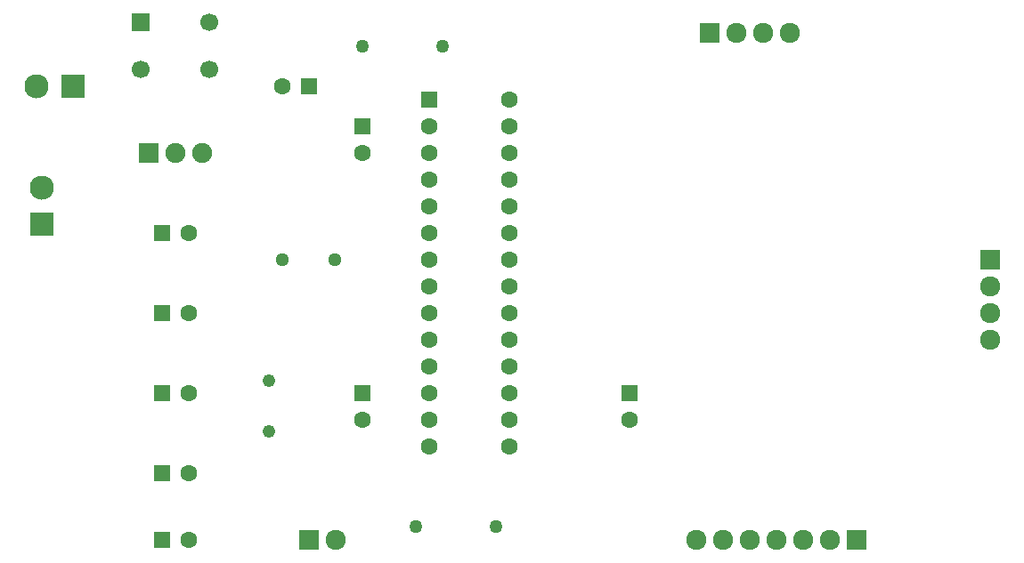
<source format=gbr>
G04 DipTrace 4.2.0.1*
G04 1 - Top.gbr*
%MOIN*%
G04 #@! TF.FileFunction,Copper,L1,Top*
G04 #@! TF.Part,Single*
G04 #@! TA.AperFunction,ComponentPad*
%ADD16R,0.090551X0.090551*%
%ADD17C,0.090551*%
%ADD18C,0.062992*%
%ADD19R,0.062992X0.062992*%
%ADD20R,0.075591X0.075591*%
%ADD21C,0.075591*%
%ADD23C,0.050394*%
%ADD24C,0.05*%
%ADD25C,0.05*%
%ADD26R,0.066929X0.066929*%
%ADD27C,0.066929*%
%ADD28R,0.074803X0.074803*%
%ADD29C,0.074803*%
%ADD30C,0.048*%
%FSLAX26Y26*%
G04*
G70*
G90*
G75*
G01*
G04 Top*
%LPD*%
D16*
X543701Y1874803D3*
D17*
Y2012598D3*
D16*
X662598Y2393701D3*
D17*
X524803D3*
D18*
X1093701Y1843701D3*
D19*
X993701D3*
D18*
X1443701Y2393701D3*
D19*
X1543701D3*
D18*
X1743701Y2143701D3*
D19*
Y2243701D3*
D18*
X1093701Y693703D3*
D19*
X993701Y693699D3*
D18*
X1093701Y943701D3*
D19*
X993701D3*
D18*
X1093701Y1243701D3*
D19*
X993701D3*
D18*
X1093701Y1543701D3*
D19*
X993701D3*
D18*
X1743702Y1143701D3*
D19*
X1743700Y1243701D3*
D18*
X2743701Y1143701D3*
D19*
Y1243701D3*
D20*
X1543701Y693701D3*
D21*
X1643701D3*
D23*
X1445276Y1743701D3*
X1642126D3*
D20*
X3043701Y2593701D3*
D21*
X3143701D3*
X3243701D3*
X3343701D3*
D20*
X3593700Y693701D3*
D21*
X3493700Y693698D3*
X3393700Y693694D3*
X3293700Y693690D3*
X3193700Y693687D3*
X3093700Y693683D3*
X2993700Y693679D3*
D24*
X2243701Y743701D3*
D25*
X1943701D3*
D24*
X1743701Y2543695D3*
D25*
X2043701Y2543706D3*
D20*
X4093701Y1743701D3*
D21*
Y1643701D3*
Y1543701D3*
Y1443701D3*
D26*
X915748Y2632283D3*
D27*
Y2455118D3*
X1171654D3*
Y2632283D3*
D28*
X943701Y2143701D3*
D29*
X1043701D3*
X1143701D3*
D19*
X1993701Y2343701D3*
D18*
Y2243701D3*
Y2143701D3*
Y2043701D3*
Y1943701D3*
Y1843701D3*
Y1743701D3*
Y1643701D3*
Y1543701D3*
Y1443701D3*
Y1343701D3*
Y1243701D3*
Y1143701D3*
Y1043701D3*
X2293701D3*
Y1143701D3*
Y1243701D3*
Y1343701D3*
Y1443701D3*
Y1543701D3*
Y1643701D3*
Y1743701D3*
Y1843701D3*
Y1943701D3*
Y2043701D3*
Y2143701D3*
Y2243701D3*
Y2343701D3*
D30*
X1393701Y1098701D3*
Y1288701D3*
M02*

</source>
